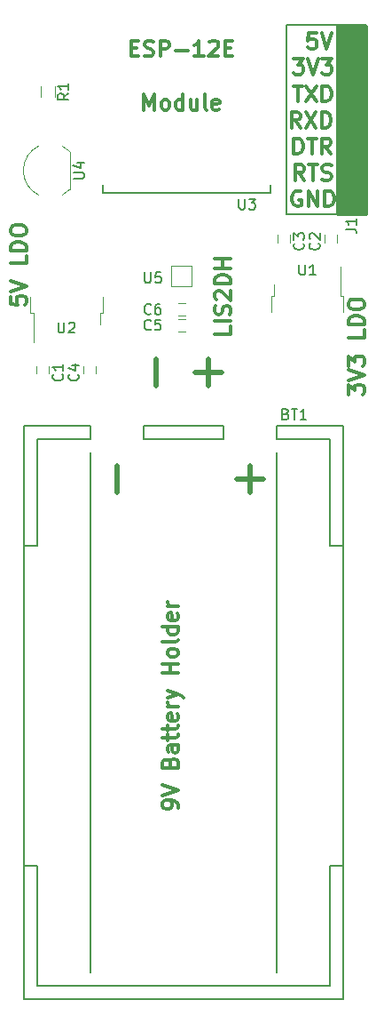
<source format=gto>
G04 #@! TF.FileFunction,Legend,Top*
%FSLAX46Y46*%
G04 Gerber Fmt 4.6, Leading zero omitted, Abs format (unit mm)*
G04 Created by KiCad (PCBNEW 4.0.7) date Sun Dec 17 13:28:59 2017*
%MOMM*%
%LPD*%
G01*
G04 APERTURE LIST*
%ADD10C,0.100000*%
%ADD11C,0.300000*%
%ADD12C,0.200000*%
%ADD13C,0.150000*%
%ADD14C,0.500000*%
%ADD15C,0.120000*%
%ADD16C,0.152400*%
%ADD17C,0.254000*%
G04 APERTURE END LIST*
D10*
D11*
X61428571Y-69607142D02*
X61428571Y-70321428D01*
X59928571Y-70321428D01*
X61428571Y-69107142D02*
X59928571Y-69107142D01*
X61357143Y-68464285D02*
X61428571Y-68249999D01*
X61428571Y-67892856D01*
X61357143Y-67749999D01*
X61285714Y-67678570D01*
X61142857Y-67607142D01*
X61000000Y-67607142D01*
X60857143Y-67678570D01*
X60785714Y-67749999D01*
X60714286Y-67892856D01*
X60642857Y-68178570D01*
X60571429Y-68321428D01*
X60500000Y-68392856D01*
X60357143Y-68464285D01*
X60214286Y-68464285D01*
X60071429Y-68392856D01*
X60000000Y-68321428D01*
X59928571Y-68178570D01*
X59928571Y-67821428D01*
X60000000Y-67607142D01*
X60071429Y-67035714D02*
X60000000Y-66964285D01*
X59928571Y-66821428D01*
X59928571Y-66464285D01*
X60000000Y-66321428D01*
X60071429Y-66249999D01*
X60214286Y-66178571D01*
X60357143Y-66178571D01*
X60571429Y-66249999D01*
X61428571Y-67107142D01*
X61428571Y-66178571D01*
X61428571Y-65535714D02*
X59928571Y-65535714D01*
X59928571Y-65178571D01*
X60000000Y-64964286D01*
X60142857Y-64821428D01*
X60285714Y-64750000D01*
X60571429Y-64678571D01*
X60785714Y-64678571D01*
X61071429Y-64750000D01*
X61214286Y-64821428D01*
X61357143Y-64964286D01*
X61428571Y-65178571D01*
X61428571Y-65535714D01*
X61428571Y-64035714D02*
X59928571Y-64035714D01*
X60642857Y-64035714D02*
X60642857Y-63178571D01*
X61428571Y-63178571D02*
X59928571Y-63178571D01*
X56428571Y-115428571D02*
X56428571Y-115142856D01*
X56357143Y-114999999D01*
X56285714Y-114928571D01*
X56071429Y-114785713D01*
X55785714Y-114714285D01*
X55214286Y-114714285D01*
X55071429Y-114785713D01*
X55000000Y-114857142D01*
X54928571Y-114999999D01*
X54928571Y-115285713D01*
X55000000Y-115428571D01*
X55071429Y-115499999D01*
X55214286Y-115571428D01*
X55571429Y-115571428D01*
X55714286Y-115499999D01*
X55785714Y-115428571D01*
X55857143Y-115285713D01*
X55857143Y-114999999D01*
X55785714Y-114857142D01*
X55714286Y-114785713D01*
X55571429Y-114714285D01*
X54928571Y-114285714D02*
X56428571Y-113785714D01*
X54928571Y-113285714D01*
X55642857Y-111142857D02*
X55714286Y-110928571D01*
X55785714Y-110857143D01*
X55928571Y-110785714D01*
X56142857Y-110785714D01*
X56285714Y-110857143D01*
X56357143Y-110928571D01*
X56428571Y-111071429D01*
X56428571Y-111642857D01*
X54928571Y-111642857D01*
X54928571Y-111142857D01*
X55000000Y-111000000D01*
X55071429Y-110928571D01*
X55214286Y-110857143D01*
X55357143Y-110857143D01*
X55500000Y-110928571D01*
X55571429Y-111000000D01*
X55642857Y-111142857D01*
X55642857Y-111642857D01*
X56428571Y-109500000D02*
X55642857Y-109500000D01*
X55500000Y-109571429D01*
X55428571Y-109714286D01*
X55428571Y-110000000D01*
X55500000Y-110142857D01*
X56357143Y-109500000D02*
X56428571Y-109642857D01*
X56428571Y-110000000D01*
X56357143Y-110142857D01*
X56214286Y-110214286D01*
X56071429Y-110214286D01*
X55928571Y-110142857D01*
X55857143Y-110000000D01*
X55857143Y-109642857D01*
X55785714Y-109500000D01*
X55428571Y-109000000D02*
X55428571Y-108428571D01*
X54928571Y-108785714D02*
X56214286Y-108785714D01*
X56357143Y-108714286D01*
X56428571Y-108571428D01*
X56428571Y-108428571D01*
X55428571Y-108142857D02*
X55428571Y-107571428D01*
X54928571Y-107928571D02*
X56214286Y-107928571D01*
X56357143Y-107857143D01*
X56428571Y-107714285D01*
X56428571Y-107571428D01*
X56357143Y-106500000D02*
X56428571Y-106642857D01*
X56428571Y-106928571D01*
X56357143Y-107071428D01*
X56214286Y-107142857D01*
X55642857Y-107142857D01*
X55500000Y-107071428D01*
X55428571Y-106928571D01*
X55428571Y-106642857D01*
X55500000Y-106500000D01*
X55642857Y-106428571D01*
X55785714Y-106428571D01*
X55928571Y-107142857D01*
X56428571Y-105785714D02*
X55428571Y-105785714D01*
X55714286Y-105785714D02*
X55571429Y-105714286D01*
X55500000Y-105642857D01*
X55428571Y-105500000D01*
X55428571Y-105357143D01*
X55428571Y-105000000D02*
X56428571Y-104642857D01*
X55428571Y-104285715D02*
X56428571Y-104642857D01*
X56785714Y-104785715D01*
X56857143Y-104857143D01*
X56928571Y-105000000D01*
X56428571Y-102571429D02*
X54928571Y-102571429D01*
X55642857Y-102571429D02*
X55642857Y-101714286D01*
X56428571Y-101714286D02*
X54928571Y-101714286D01*
X56428571Y-100785714D02*
X56357143Y-100928572D01*
X56285714Y-101000000D01*
X56142857Y-101071429D01*
X55714286Y-101071429D01*
X55571429Y-101000000D01*
X55500000Y-100928572D01*
X55428571Y-100785714D01*
X55428571Y-100571429D01*
X55500000Y-100428572D01*
X55571429Y-100357143D01*
X55714286Y-100285714D01*
X56142857Y-100285714D01*
X56285714Y-100357143D01*
X56357143Y-100428572D01*
X56428571Y-100571429D01*
X56428571Y-100785714D01*
X56428571Y-99428571D02*
X56357143Y-99571429D01*
X56214286Y-99642857D01*
X54928571Y-99642857D01*
X56428571Y-98214286D02*
X54928571Y-98214286D01*
X56357143Y-98214286D02*
X56428571Y-98357143D01*
X56428571Y-98642857D01*
X56357143Y-98785715D01*
X56285714Y-98857143D01*
X56142857Y-98928572D01*
X55714286Y-98928572D01*
X55571429Y-98857143D01*
X55500000Y-98785715D01*
X55428571Y-98642857D01*
X55428571Y-98357143D01*
X55500000Y-98214286D01*
X56357143Y-96928572D02*
X56428571Y-97071429D01*
X56428571Y-97357143D01*
X56357143Y-97500000D01*
X56214286Y-97571429D01*
X55642857Y-97571429D01*
X55500000Y-97500000D01*
X55428571Y-97357143D01*
X55428571Y-97071429D01*
X55500000Y-96928572D01*
X55642857Y-96857143D01*
X55785714Y-96857143D01*
X55928571Y-97571429D01*
X56428571Y-96214286D02*
X55428571Y-96214286D01*
X55714286Y-96214286D02*
X55571429Y-96142858D01*
X55500000Y-96071429D01*
X55428571Y-95928572D01*
X55428571Y-95785715D01*
X51928572Y-43092857D02*
X52428572Y-43092857D01*
X52642858Y-43878571D02*
X51928572Y-43878571D01*
X51928572Y-42378571D01*
X52642858Y-42378571D01*
X53214286Y-43807143D02*
X53428572Y-43878571D01*
X53785715Y-43878571D01*
X53928572Y-43807143D01*
X54000001Y-43735714D01*
X54071429Y-43592857D01*
X54071429Y-43450000D01*
X54000001Y-43307143D01*
X53928572Y-43235714D01*
X53785715Y-43164286D01*
X53500001Y-43092857D01*
X53357143Y-43021429D01*
X53285715Y-42950000D01*
X53214286Y-42807143D01*
X53214286Y-42664286D01*
X53285715Y-42521429D01*
X53357143Y-42450000D01*
X53500001Y-42378571D01*
X53857143Y-42378571D01*
X54071429Y-42450000D01*
X54714286Y-43878571D02*
X54714286Y-42378571D01*
X55285714Y-42378571D01*
X55428572Y-42450000D01*
X55500000Y-42521429D01*
X55571429Y-42664286D01*
X55571429Y-42878571D01*
X55500000Y-43021429D01*
X55428572Y-43092857D01*
X55285714Y-43164286D01*
X54714286Y-43164286D01*
X56214286Y-43307143D02*
X57357143Y-43307143D01*
X58857143Y-43878571D02*
X58000000Y-43878571D01*
X58428572Y-43878571D02*
X58428572Y-42378571D01*
X58285715Y-42592857D01*
X58142857Y-42735714D01*
X58000000Y-42807143D01*
X59428571Y-42521429D02*
X59500000Y-42450000D01*
X59642857Y-42378571D01*
X60000000Y-42378571D01*
X60142857Y-42450000D01*
X60214286Y-42521429D01*
X60285714Y-42664286D01*
X60285714Y-42807143D01*
X60214286Y-43021429D01*
X59357143Y-43878571D01*
X60285714Y-43878571D01*
X60928571Y-43092857D02*
X61428571Y-43092857D01*
X61642857Y-43878571D02*
X60928571Y-43878571D01*
X60928571Y-42378571D01*
X61642857Y-42378571D01*
X53178572Y-48978571D02*
X53178572Y-47478571D01*
X53678572Y-48550000D01*
X54178572Y-47478571D01*
X54178572Y-48978571D01*
X55107144Y-48978571D02*
X54964286Y-48907143D01*
X54892858Y-48835714D01*
X54821429Y-48692857D01*
X54821429Y-48264286D01*
X54892858Y-48121429D01*
X54964286Y-48050000D01*
X55107144Y-47978571D01*
X55321429Y-47978571D01*
X55464286Y-48050000D01*
X55535715Y-48121429D01*
X55607144Y-48264286D01*
X55607144Y-48692857D01*
X55535715Y-48835714D01*
X55464286Y-48907143D01*
X55321429Y-48978571D01*
X55107144Y-48978571D01*
X56892858Y-48978571D02*
X56892858Y-47478571D01*
X56892858Y-48907143D02*
X56750001Y-48978571D01*
X56464287Y-48978571D01*
X56321429Y-48907143D01*
X56250001Y-48835714D01*
X56178572Y-48692857D01*
X56178572Y-48264286D01*
X56250001Y-48121429D01*
X56321429Y-48050000D01*
X56464287Y-47978571D01*
X56750001Y-47978571D01*
X56892858Y-48050000D01*
X58250001Y-47978571D02*
X58250001Y-48978571D01*
X57607144Y-47978571D02*
X57607144Y-48764286D01*
X57678572Y-48907143D01*
X57821430Y-48978571D01*
X58035715Y-48978571D01*
X58178572Y-48907143D01*
X58250001Y-48835714D01*
X59178573Y-48978571D02*
X59035715Y-48907143D01*
X58964287Y-48764286D01*
X58964287Y-47478571D01*
X60321429Y-48907143D02*
X60178572Y-48978571D01*
X59892858Y-48978571D01*
X59750001Y-48907143D01*
X59678572Y-48764286D01*
X59678572Y-48192857D01*
X59750001Y-48050000D01*
X59892858Y-47978571D01*
X60178572Y-47978571D01*
X60321429Y-48050000D01*
X60392858Y-48192857D01*
X60392858Y-48335714D01*
X59678572Y-48478571D01*
X72678571Y-76071428D02*
X72678571Y-75142857D01*
X73250000Y-75642857D01*
X73250000Y-75428571D01*
X73321429Y-75285714D01*
X73392857Y-75214285D01*
X73535714Y-75142857D01*
X73892857Y-75142857D01*
X74035714Y-75214285D01*
X74107143Y-75285714D01*
X74178571Y-75428571D01*
X74178571Y-75857143D01*
X74107143Y-76000000D01*
X74035714Y-76071428D01*
X72678571Y-74714286D02*
X74178571Y-74214286D01*
X72678571Y-73714286D01*
X72678571Y-73357143D02*
X72678571Y-72428572D01*
X73250000Y-72928572D01*
X73250000Y-72714286D01*
X73321429Y-72571429D01*
X73392857Y-72500000D01*
X73535714Y-72428572D01*
X73892857Y-72428572D01*
X74035714Y-72500000D01*
X74107143Y-72571429D01*
X74178571Y-72714286D01*
X74178571Y-73142858D01*
X74107143Y-73285715D01*
X74035714Y-73357143D01*
X74178571Y-69928572D02*
X74178571Y-70642858D01*
X72678571Y-70642858D01*
X74178571Y-69428572D02*
X72678571Y-69428572D01*
X72678571Y-69071429D01*
X72750000Y-68857144D01*
X72892857Y-68714286D01*
X73035714Y-68642858D01*
X73321429Y-68571429D01*
X73535714Y-68571429D01*
X73821429Y-68642858D01*
X73964286Y-68714286D01*
X74107143Y-68857144D01*
X74178571Y-69071429D01*
X74178571Y-69428572D01*
X72678571Y-67642858D02*
X72678571Y-67357144D01*
X72750000Y-67214286D01*
X72892857Y-67071429D01*
X73178571Y-67000001D01*
X73678571Y-67000001D01*
X73964286Y-67071429D01*
X74107143Y-67214286D01*
X74178571Y-67357144D01*
X74178571Y-67642858D01*
X74107143Y-67785715D01*
X73964286Y-67928572D01*
X73678571Y-68000001D01*
X73178571Y-68000001D01*
X72892857Y-67928572D01*
X72750000Y-67785715D01*
X72678571Y-67642858D01*
X40428571Y-66749999D02*
X40428571Y-67464285D01*
X41142857Y-67535714D01*
X41071429Y-67464285D01*
X41000000Y-67321428D01*
X41000000Y-66964285D01*
X41071429Y-66821428D01*
X41142857Y-66749999D01*
X41285714Y-66678571D01*
X41642857Y-66678571D01*
X41785714Y-66749999D01*
X41857143Y-66821428D01*
X41928571Y-66964285D01*
X41928571Y-67321428D01*
X41857143Y-67464285D01*
X41785714Y-67535714D01*
X40428571Y-66250000D02*
X41928571Y-65750000D01*
X40428571Y-65250000D01*
X41928571Y-62892857D02*
X41928571Y-63607143D01*
X40428571Y-63607143D01*
X41928571Y-62392857D02*
X40428571Y-62392857D01*
X40428571Y-62035714D01*
X40500000Y-61821429D01*
X40642857Y-61678571D01*
X40785714Y-61607143D01*
X41071429Y-61535714D01*
X41285714Y-61535714D01*
X41571429Y-61607143D01*
X41714286Y-61678571D01*
X41857143Y-61821429D01*
X41928571Y-62035714D01*
X41928571Y-62392857D01*
X40428571Y-60607143D02*
X40428571Y-60321429D01*
X40500000Y-60178571D01*
X40642857Y-60035714D01*
X40928571Y-59964286D01*
X41428571Y-59964286D01*
X41714286Y-60035714D01*
X41857143Y-60178571D01*
X41928571Y-60321429D01*
X41928571Y-60607143D01*
X41857143Y-60750000D01*
X41714286Y-60892857D01*
X41428571Y-60964286D01*
X40928571Y-60964286D01*
X40642857Y-60892857D01*
X40500000Y-60750000D01*
X40428571Y-60607143D01*
D12*
X66800000Y-40900000D02*
X66800000Y-54000000D01*
X66900000Y-40900000D02*
X66800000Y-40900000D01*
X67000000Y-40900000D02*
X66900000Y-40900000D01*
X74400000Y-40900000D02*
X67000000Y-40900000D01*
X74400000Y-58900000D02*
X74400000Y-40900000D01*
X66800000Y-58900000D02*
X74400000Y-58900000D01*
X66800000Y-58800000D02*
X66800000Y-58900000D01*
X66800000Y-58700000D02*
X66800000Y-58800000D01*
X66800000Y-54000000D02*
X66800000Y-58700000D01*
D11*
X68157143Y-56750000D02*
X68014286Y-56678571D01*
X67800000Y-56678571D01*
X67585715Y-56750000D01*
X67442857Y-56892857D01*
X67371429Y-57035714D01*
X67300000Y-57321429D01*
X67300000Y-57535714D01*
X67371429Y-57821429D01*
X67442857Y-57964286D01*
X67585715Y-58107143D01*
X67800000Y-58178571D01*
X67942857Y-58178571D01*
X68157143Y-58107143D01*
X68228572Y-58035714D01*
X68228572Y-57535714D01*
X67942857Y-57535714D01*
X68871429Y-58178571D02*
X68871429Y-56678571D01*
X69728572Y-58178571D01*
X69728572Y-56678571D01*
X70442858Y-58178571D02*
X70442858Y-56678571D01*
X70800001Y-56678571D01*
X71014286Y-56750000D01*
X71157144Y-56892857D01*
X71228572Y-57035714D01*
X71300001Y-57321429D01*
X71300001Y-57535714D01*
X71228572Y-57821429D01*
X71157144Y-57964286D01*
X71014286Y-58107143D01*
X70800001Y-58178571D01*
X70442858Y-58178571D01*
X68478572Y-55678571D02*
X67978572Y-54964286D01*
X67621429Y-55678571D02*
X67621429Y-54178571D01*
X68192857Y-54178571D01*
X68335715Y-54250000D01*
X68407143Y-54321429D01*
X68478572Y-54464286D01*
X68478572Y-54678571D01*
X68407143Y-54821429D01*
X68335715Y-54892857D01*
X68192857Y-54964286D01*
X67621429Y-54964286D01*
X68907143Y-54178571D02*
X69764286Y-54178571D01*
X69335715Y-55678571D02*
X69335715Y-54178571D01*
X70192857Y-55607143D02*
X70407143Y-55678571D01*
X70764286Y-55678571D01*
X70907143Y-55607143D01*
X70978572Y-55535714D01*
X71050000Y-55392857D01*
X71050000Y-55250000D01*
X70978572Y-55107143D01*
X70907143Y-55035714D01*
X70764286Y-54964286D01*
X70478572Y-54892857D01*
X70335714Y-54821429D01*
X70264286Y-54750000D01*
X70192857Y-54607143D01*
X70192857Y-54464286D01*
X70264286Y-54321429D01*
X70335714Y-54250000D01*
X70478572Y-54178571D01*
X70835714Y-54178571D01*
X71050000Y-54250000D01*
X67485715Y-53178571D02*
X67485715Y-51678571D01*
X67842858Y-51678571D01*
X68057143Y-51750000D01*
X68200001Y-51892857D01*
X68271429Y-52035714D01*
X68342858Y-52321429D01*
X68342858Y-52535714D01*
X68271429Y-52821429D01*
X68200001Y-52964286D01*
X68057143Y-53107143D01*
X67842858Y-53178571D01*
X67485715Y-53178571D01*
X68771429Y-51678571D02*
X69628572Y-51678571D01*
X69200001Y-53178571D02*
X69200001Y-51678571D01*
X70985715Y-53178571D02*
X70485715Y-52464286D01*
X70128572Y-53178571D02*
X70128572Y-51678571D01*
X70700000Y-51678571D01*
X70842858Y-51750000D01*
X70914286Y-51821429D01*
X70985715Y-51964286D01*
X70985715Y-52178571D01*
X70914286Y-52321429D01*
X70842858Y-52392857D01*
X70700000Y-52464286D01*
X70128572Y-52464286D01*
X68100001Y-50678571D02*
X67600001Y-49964286D01*
X67242858Y-50678571D02*
X67242858Y-49178571D01*
X67814286Y-49178571D01*
X67957144Y-49250000D01*
X68028572Y-49321429D01*
X68100001Y-49464286D01*
X68100001Y-49678571D01*
X68028572Y-49821429D01*
X67957144Y-49892857D01*
X67814286Y-49964286D01*
X67242858Y-49964286D01*
X68600001Y-49178571D02*
X69600001Y-50678571D01*
X69600001Y-49178571D02*
X68600001Y-50678571D01*
X70171429Y-50678571D02*
X70171429Y-49178571D01*
X70528572Y-49178571D01*
X70742857Y-49250000D01*
X70885715Y-49392857D01*
X70957143Y-49535714D01*
X71028572Y-49821429D01*
X71028572Y-50035714D01*
X70957143Y-50321429D01*
X70885715Y-50464286D01*
X70742857Y-50607143D01*
X70528572Y-50678571D01*
X70171429Y-50678571D01*
X67407143Y-46678571D02*
X68264286Y-46678571D01*
X67835715Y-48178571D02*
X67835715Y-46678571D01*
X68621429Y-46678571D02*
X69621429Y-48178571D01*
X69621429Y-46678571D02*
X68621429Y-48178571D01*
X70192857Y-48178571D02*
X70192857Y-46678571D01*
X70550000Y-46678571D01*
X70764285Y-46750000D01*
X70907143Y-46892857D01*
X70978571Y-47035714D01*
X71050000Y-47321429D01*
X71050000Y-47535714D01*
X70978571Y-47821429D01*
X70907143Y-47964286D01*
X70764285Y-48107143D01*
X70550000Y-48178571D01*
X70192857Y-48178571D01*
X67442858Y-44078571D02*
X68371429Y-44078571D01*
X67871429Y-44650000D01*
X68085715Y-44650000D01*
X68228572Y-44721429D01*
X68300001Y-44792857D01*
X68371429Y-44935714D01*
X68371429Y-45292857D01*
X68300001Y-45435714D01*
X68228572Y-45507143D01*
X68085715Y-45578571D01*
X67657143Y-45578571D01*
X67514286Y-45507143D01*
X67442858Y-45435714D01*
X68800000Y-44078571D02*
X69300000Y-45578571D01*
X69800000Y-44078571D01*
X70157143Y-44078571D02*
X71085714Y-44078571D01*
X70585714Y-44650000D01*
X70800000Y-44650000D01*
X70942857Y-44721429D01*
X71014286Y-44792857D01*
X71085714Y-44935714D01*
X71085714Y-45292857D01*
X71014286Y-45435714D01*
X70942857Y-45507143D01*
X70800000Y-45578571D01*
X70371428Y-45578571D01*
X70228571Y-45507143D01*
X70157143Y-45435714D01*
X69614287Y-41678571D02*
X68900001Y-41678571D01*
X68828572Y-42392857D01*
X68900001Y-42321429D01*
X69042858Y-42250000D01*
X69400001Y-42250000D01*
X69542858Y-42321429D01*
X69614287Y-42392857D01*
X69685715Y-42535714D01*
X69685715Y-42892857D01*
X69614287Y-43035714D01*
X69542858Y-43107143D01*
X69400001Y-43178571D01*
X69042858Y-43178571D01*
X68900001Y-43107143D01*
X68828572Y-43035714D01*
X70114286Y-41678571D02*
X70614286Y-43178571D01*
X71114286Y-41678571D01*
D13*
X48097400Y-81575000D02*
X48097400Y-131105000D01*
X65877400Y-131105000D02*
X65877400Y-81575000D01*
X72227400Y-120945000D02*
X70957400Y-120945000D01*
X70957400Y-120945000D02*
X70957400Y-132375000D01*
X70957400Y-132375000D02*
X43017400Y-132375000D01*
X43017400Y-132375000D02*
X43017400Y-120945000D01*
X43017400Y-120945000D02*
X41747400Y-120945000D01*
X65877400Y-79035000D02*
X65877400Y-80305000D01*
X65877400Y-80305000D02*
X70957400Y-80305000D01*
X70957400Y-80305000D02*
X70957400Y-90465000D01*
X70957400Y-90465000D02*
X72227400Y-90465000D01*
X60797400Y-80305000D02*
X60797400Y-79035000D01*
X53177400Y-80305000D02*
X53177400Y-79035000D01*
X60797400Y-80305000D02*
X53177400Y-80305000D01*
X48097400Y-80305000D02*
X43017400Y-80305000D01*
X43017400Y-80305000D02*
X43017400Y-90465000D01*
X43017400Y-90465000D02*
X41747400Y-90465000D01*
X48097400Y-80305000D02*
X48097400Y-79035000D01*
X48097400Y-79035000D02*
X41747400Y-79035000D01*
X60797400Y-79035000D02*
X53177400Y-79035000D01*
X72227400Y-79035000D02*
X65877400Y-79035000D01*
D14*
X50637400Y-82845000D02*
X50637400Y-85385000D01*
X64607400Y-84115000D02*
X62067400Y-84115000D01*
X63337400Y-82845000D02*
X63337400Y-85385000D01*
D13*
X41747400Y-79035000D02*
X41747400Y-133645000D01*
X41747400Y-133645000D02*
X72227400Y-133645000D01*
X72227400Y-79035000D02*
X72227400Y-133645000D01*
D14*
X54337400Y-75225000D02*
X54337400Y-72685000D01*
X60607400Y-73955000D02*
X58067400Y-73955000D01*
X59337400Y-75225000D02*
X59337400Y-72685000D01*
D10*
X57750000Y-63800000D02*
X57750000Y-65800000D01*
X57750000Y-65800000D02*
X55750000Y-65800000D01*
X55750000Y-65800000D02*
X55750000Y-63800000D01*
X55750000Y-63800000D02*
X57750000Y-63800000D01*
D15*
X42900000Y-74100000D02*
X42900000Y-73400000D01*
X44100000Y-73400000D02*
X44100000Y-74100000D01*
X71600000Y-60900000D02*
X71600000Y-61600000D01*
X70400000Y-61600000D02*
X70400000Y-60900000D01*
X67100000Y-60900000D02*
X67100000Y-61600000D01*
X65900000Y-61600000D02*
X65900000Y-60900000D01*
X47400000Y-74100000D02*
X47400000Y-73400000D01*
X48600000Y-73400000D02*
X48600000Y-74100000D01*
X56400000Y-67400000D02*
X57100000Y-67400000D01*
X57100000Y-68600000D02*
X56400000Y-68600000D01*
X56400000Y-68900000D02*
X57100000Y-68900000D01*
X57100000Y-70100000D02*
X56400000Y-70100000D01*
X74330000Y-40970000D02*
X71670000Y-40970000D01*
X74330000Y-56270000D02*
X74330000Y-40970000D01*
X71670000Y-56270000D02*
X71670000Y-40970000D01*
X74330000Y-56270000D02*
X71670000Y-56270000D01*
X74330000Y-57540000D02*
X74330000Y-58870000D01*
X74330000Y-58870000D02*
X73000000Y-58870000D01*
X44680000Y-46750000D02*
X44680000Y-47750000D01*
X43320000Y-47750000D02*
X43320000Y-46750000D01*
X72200000Y-68230000D02*
X72200000Y-66730000D01*
X72200000Y-66730000D02*
X71930000Y-66730000D01*
X71930000Y-66730000D02*
X71930000Y-63900000D01*
X65300000Y-68230000D02*
X65300000Y-66730000D01*
X65300000Y-66730000D02*
X65570000Y-66730000D01*
X65570000Y-66730000D02*
X65570000Y-65630000D01*
X42330000Y-66770000D02*
X42330000Y-68270000D01*
X42330000Y-68270000D02*
X42600000Y-68270000D01*
X42600000Y-68270000D02*
X42600000Y-71100000D01*
X49230000Y-66770000D02*
X49230000Y-68270000D01*
X49230000Y-68270000D02*
X48960000Y-68270000D01*
X48960000Y-68270000D02*
X48960000Y-69370000D01*
X46100000Y-56550000D02*
X46100000Y-52950000D01*
X45372795Y-57074184D02*
G75*
G03X46100000Y-56550000I-1122795J2324184D01*
G01*
X43151193Y-57106400D02*
G75*
G02X41650000Y-54750000I1098807J2356400D01*
G01*
X43151193Y-52393600D02*
G75*
G03X41650000Y-54750000I1098807J-2356400D01*
G01*
X45372795Y-52425816D02*
G75*
G02X46100000Y-52950000I-1122795J-2324184D01*
G01*
D16*
X49234000Y-56109000D02*
X49234000Y-56871000D01*
X49234000Y-56871000D02*
X65236000Y-56871000D01*
X65236000Y-56871000D02*
X65236000Y-56109000D01*
D13*
X66714286Y-77928571D02*
X66857143Y-77976190D01*
X66904762Y-78023810D01*
X66952381Y-78119048D01*
X66952381Y-78261905D01*
X66904762Y-78357143D01*
X66857143Y-78404762D01*
X66761905Y-78452381D01*
X66380952Y-78452381D01*
X66380952Y-77452381D01*
X66714286Y-77452381D01*
X66809524Y-77500000D01*
X66857143Y-77547619D01*
X66904762Y-77642857D01*
X66904762Y-77738095D01*
X66857143Y-77833333D01*
X66809524Y-77880952D01*
X66714286Y-77928571D01*
X66380952Y-77928571D01*
X67238095Y-77452381D02*
X67809524Y-77452381D01*
X67523809Y-78452381D02*
X67523809Y-77452381D01*
X68666667Y-78452381D02*
X68095238Y-78452381D01*
X68380952Y-78452381D02*
X68380952Y-77452381D01*
X68285714Y-77595238D01*
X68190476Y-77690476D01*
X68095238Y-77738095D01*
X53238095Y-64452381D02*
X53238095Y-65261905D01*
X53285714Y-65357143D01*
X53333333Y-65404762D01*
X53428571Y-65452381D01*
X53619048Y-65452381D01*
X53714286Y-65404762D01*
X53761905Y-65357143D01*
X53809524Y-65261905D01*
X53809524Y-64452381D01*
X54761905Y-64452381D02*
X54285714Y-64452381D01*
X54238095Y-64928571D01*
X54285714Y-64880952D01*
X54380952Y-64833333D01*
X54619048Y-64833333D01*
X54714286Y-64880952D01*
X54761905Y-64928571D01*
X54809524Y-65023810D01*
X54809524Y-65261905D01*
X54761905Y-65357143D01*
X54714286Y-65404762D01*
X54619048Y-65452381D01*
X54380952Y-65452381D01*
X54285714Y-65404762D01*
X54238095Y-65357143D01*
X45357143Y-74166666D02*
X45404762Y-74214285D01*
X45452381Y-74357142D01*
X45452381Y-74452380D01*
X45404762Y-74595238D01*
X45309524Y-74690476D01*
X45214286Y-74738095D01*
X45023810Y-74785714D01*
X44880952Y-74785714D01*
X44690476Y-74738095D01*
X44595238Y-74690476D01*
X44500000Y-74595238D01*
X44452381Y-74452380D01*
X44452381Y-74357142D01*
X44500000Y-74214285D01*
X44547619Y-74166666D01*
X45452381Y-73214285D02*
X45452381Y-73785714D01*
X45452381Y-73500000D02*
X44452381Y-73500000D01*
X44595238Y-73595238D01*
X44690476Y-73690476D01*
X44738095Y-73785714D01*
X69857143Y-61666666D02*
X69904762Y-61714285D01*
X69952381Y-61857142D01*
X69952381Y-61952380D01*
X69904762Y-62095238D01*
X69809524Y-62190476D01*
X69714286Y-62238095D01*
X69523810Y-62285714D01*
X69380952Y-62285714D01*
X69190476Y-62238095D01*
X69095238Y-62190476D01*
X69000000Y-62095238D01*
X68952381Y-61952380D01*
X68952381Y-61857142D01*
X69000000Y-61714285D01*
X69047619Y-61666666D01*
X69047619Y-61285714D02*
X69000000Y-61238095D01*
X68952381Y-61142857D01*
X68952381Y-60904761D01*
X69000000Y-60809523D01*
X69047619Y-60761904D01*
X69142857Y-60714285D01*
X69238095Y-60714285D01*
X69380952Y-60761904D01*
X69952381Y-61333333D01*
X69952381Y-60714285D01*
X68357143Y-61666666D02*
X68404762Y-61714285D01*
X68452381Y-61857142D01*
X68452381Y-61952380D01*
X68404762Y-62095238D01*
X68309524Y-62190476D01*
X68214286Y-62238095D01*
X68023810Y-62285714D01*
X67880952Y-62285714D01*
X67690476Y-62238095D01*
X67595238Y-62190476D01*
X67500000Y-62095238D01*
X67452381Y-61952380D01*
X67452381Y-61857142D01*
X67500000Y-61714285D01*
X67547619Y-61666666D01*
X67452381Y-61333333D02*
X67452381Y-60714285D01*
X67833333Y-61047619D01*
X67833333Y-60904761D01*
X67880952Y-60809523D01*
X67928571Y-60761904D01*
X68023810Y-60714285D01*
X68261905Y-60714285D01*
X68357143Y-60761904D01*
X68404762Y-60809523D01*
X68452381Y-60904761D01*
X68452381Y-61190476D01*
X68404762Y-61285714D01*
X68357143Y-61333333D01*
X46857143Y-74166666D02*
X46904762Y-74214285D01*
X46952381Y-74357142D01*
X46952381Y-74452380D01*
X46904762Y-74595238D01*
X46809524Y-74690476D01*
X46714286Y-74738095D01*
X46523810Y-74785714D01*
X46380952Y-74785714D01*
X46190476Y-74738095D01*
X46095238Y-74690476D01*
X46000000Y-74595238D01*
X45952381Y-74452380D01*
X45952381Y-74357142D01*
X46000000Y-74214285D01*
X46047619Y-74166666D01*
X46285714Y-73309523D02*
X46952381Y-73309523D01*
X45904762Y-73547619D02*
X46619048Y-73785714D01*
X46619048Y-73166666D01*
X53833334Y-69857143D02*
X53785715Y-69904762D01*
X53642858Y-69952381D01*
X53547620Y-69952381D01*
X53404762Y-69904762D01*
X53309524Y-69809524D01*
X53261905Y-69714286D01*
X53214286Y-69523810D01*
X53214286Y-69380952D01*
X53261905Y-69190476D01*
X53309524Y-69095238D01*
X53404762Y-69000000D01*
X53547620Y-68952381D01*
X53642858Y-68952381D01*
X53785715Y-69000000D01*
X53833334Y-69047619D01*
X54738096Y-68952381D02*
X54261905Y-68952381D01*
X54214286Y-69428571D01*
X54261905Y-69380952D01*
X54357143Y-69333333D01*
X54595239Y-69333333D01*
X54690477Y-69380952D01*
X54738096Y-69428571D01*
X54785715Y-69523810D01*
X54785715Y-69761905D01*
X54738096Y-69857143D01*
X54690477Y-69904762D01*
X54595239Y-69952381D01*
X54357143Y-69952381D01*
X54261905Y-69904762D01*
X54214286Y-69857143D01*
X53833334Y-68357143D02*
X53785715Y-68404762D01*
X53642858Y-68452381D01*
X53547620Y-68452381D01*
X53404762Y-68404762D01*
X53309524Y-68309524D01*
X53261905Y-68214286D01*
X53214286Y-68023810D01*
X53214286Y-67880952D01*
X53261905Y-67690476D01*
X53309524Y-67595238D01*
X53404762Y-67500000D01*
X53547620Y-67452381D01*
X53642858Y-67452381D01*
X53785715Y-67500000D01*
X53833334Y-67547619D01*
X54690477Y-67452381D02*
X54500000Y-67452381D01*
X54404762Y-67500000D01*
X54357143Y-67547619D01*
X54261905Y-67690476D01*
X54214286Y-67880952D01*
X54214286Y-68261905D01*
X54261905Y-68357143D01*
X54309524Y-68404762D01*
X54404762Y-68452381D01*
X54595239Y-68452381D01*
X54690477Y-68404762D01*
X54738096Y-68357143D01*
X54785715Y-68261905D01*
X54785715Y-68023810D01*
X54738096Y-67928571D01*
X54690477Y-67880952D01*
X54595239Y-67833333D01*
X54404762Y-67833333D01*
X54309524Y-67880952D01*
X54261905Y-67928571D01*
X54214286Y-68023810D01*
X72452381Y-60333333D02*
X73166667Y-60333333D01*
X73309524Y-60380953D01*
X73404762Y-60476191D01*
X73452381Y-60619048D01*
X73452381Y-60714286D01*
X73452381Y-59333333D02*
X73452381Y-59904762D01*
X73452381Y-59619048D02*
X72452381Y-59619048D01*
X72595238Y-59714286D01*
X72690476Y-59809524D01*
X72738095Y-59904762D01*
X45952381Y-47416666D02*
X45476190Y-47750000D01*
X45952381Y-47988095D02*
X44952381Y-47988095D01*
X44952381Y-47607142D01*
X45000000Y-47511904D01*
X45047619Y-47464285D01*
X45142857Y-47416666D01*
X45285714Y-47416666D01*
X45380952Y-47464285D01*
X45428571Y-47511904D01*
X45476190Y-47607142D01*
X45476190Y-47988095D01*
X45952381Y-46464285D02*
X45952381Y-47035714D01*
X45952381Y-46750000D02*
X44952381Y-46750000D01*
X45095238Y-46845238D01*
X45190476Y-46940476D01*
X45238095Y-47035714D01*
X67988095Y-63702381D02*
X67988095Y-64511905D01*
X68035714Y-64607143D01*
X68083333Y-64654762D01*
X68178571Y-64702381D01*
X68369048Y-64702381D01*
X68464286Y-64654762D01*
X68511905Y-64607143D01*
X68559524Y-64511905D01*
X68559524Y-63702381D01*
X69559524Y-64702381D02*
X68988095Y-64702381D01*
X69273809Y-64702381D02*
X69273809Y-63702381D01*
X69178571Y-63845238D01*
X69083333Y-63940476D01*
X68988095Y-63988095D01*
X44988095Y-69202381D02*
X44988095Y-70011905D01*
X45035714Y-70107143D01*
X45083333Y-70154762D01*
X45178571Y-70202381D01*
X45369048Y-70202381D01*
X45464286Y-70154762D01*
X45511905Y-70107143D01*
X45559524Y-70011905D01*
X45559524Y-69202381D01*
X45988095Y-69297619D02*
X46035714Y-69250000D01*
X46130952Y-69202381D01*
X46369048Y-69202381D01*
X46464286Y-69250000D01*
X46511905Y-69297619D01*
X46559524Y-69392857D01*
X46559524Y-69488095D01*
X46511905Y-69630952D01*
X45940476Y-70202381D01*
X46559524Y-70202381D01*
X46452381Y-55511905D02*
X47261905Y-55511905D01*
X47357143Y-55464286D01*
X47404762Y-55416667D01*
X47452381Y-55321429D01*
X47452381Y-55130952D01*
X47404762Y-55035714D01*
X47357143Y-54988095D01*
X47261905Y-54940476D01*
X46452381Y-54940476D01*
X46785714Y-54035714D02*
X47452381Y-54035714D01*
X46404762Y-54273810D02*
X47119048Y-54511905D01*
X47119048Y-53892857D01*
X62238095Y-57452381D02*
X62238095Y-58261905D01*
X62285714Y-58357143D01*
X62333333Y-58404762D01*
X62428571Y-58452381D01*
X62619048Y-58452381D01*
X62714286Y-58404762D01*
X62761905Y-58357143D01*
X62809524Y-58261905D01*
X62809524Y-57452381D01*
X63190476Y-57452381D02*
X63809524Y-57452381D01*
X63476190Y-57833333D01*
X63619048Y-57833333D01*
X63714286Y-57880952D01*
X63761905Y-57928571D01*
X63809524Y-58023810D01*
X63809524Y-58261905D01*
X63761905Y-58357143D01*
X63714286Y-58404762D01*
X63619048Y-58452381D01*
X63333333Y-58452381D01*
X63238095Y-58404762D01*
X63190476Y-58357143D01*
D17*
G36*
X74373000Y-58873000D02*
X71627000Y-58873000D01*
X71627000Y-40927000D01*
X74373000Y-40927000D01*
X74373000Y-58873000D01*
X74373000Y-58873000D01*
G37*
X74373000Y-58873000D02*
X71627000Y-58873000D01*
X71627000Y-40927000D01*
X74373000Y-40927000D01*
X74373000Y-58873000D01*
M02*

</source>
